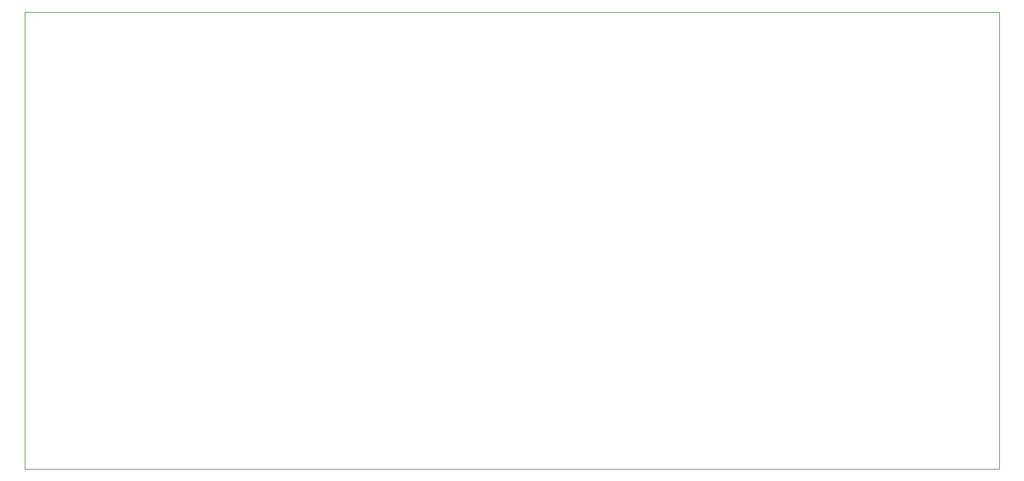
<source format=gbr>
%TF.GenerationSoftware,KiCad,Pcbnew,8.0.3*%
%TF.CreationDate,2025-06-04T14:18:53-07:00*%
%TF.ProjectId,Power_Distribution,506f7765-725f-4446-9973-747269627574,rev?*%
%TF.SameCoordinates,Original*%
%TF.FileFunction,Profile,NP*%
%FSLAX46Y46*%
G04 Gerber Fmt 4.6, Leading zero omitted, Abs format (unit mm)*
G04 Created by KiCad (PCBNEW 8.0.3) date 2025-06-04 14:18:53*
%MOMM*%
%LPD*%
G01*
G04 APERTURE LIST*
%TA.AperFunction,Profile*%
%ADD10C,0.100000*%
%TD*%
G04 APERTURE END LIST*
D10*
X81536400Y-52273200D02*
X211536400Y-52273200D01*
X211536400Y-113289200D01*
X81536400Y-113289200D01*
X81536400Y-52273200D01*
M02*

</source>
